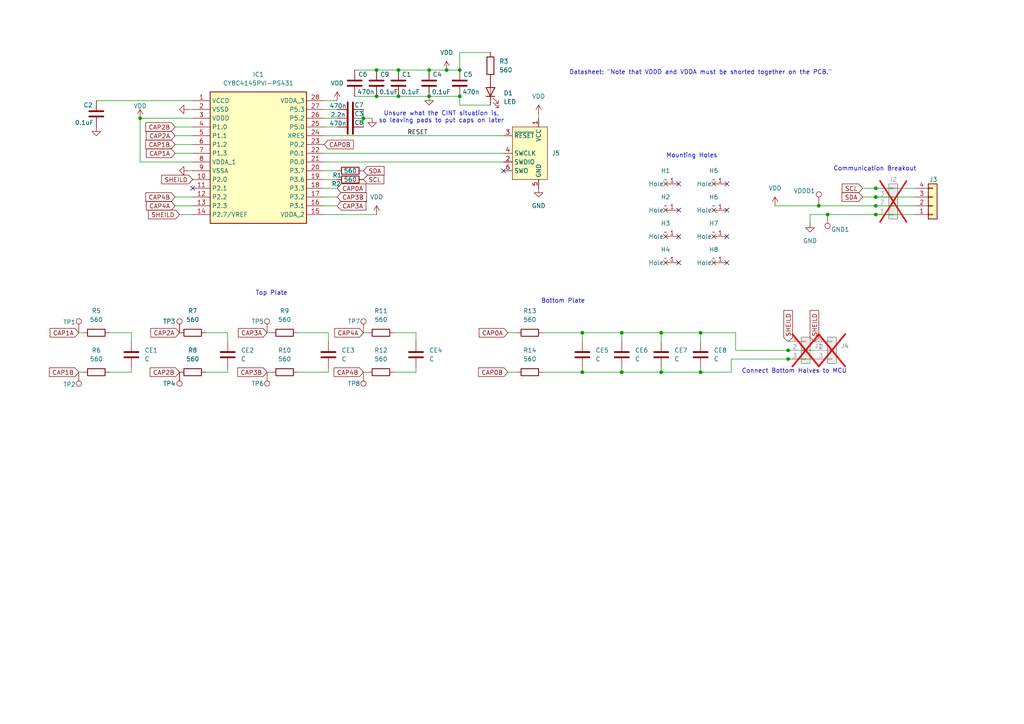
<source format=kicad_sch>
(kicad_sch (version 20250114) (generator "eeschema") (generator_version "9.0")
  (paper "A4")
  (lib_symbols
    (symbol "CY8C4145PVI-PS431:CY8C4145PVI-PS431"
      (property "Reference" "IC" (at 34.29 7.62 0))
      (property "Value" "CY8C4145PVI-PS431" (at 34.29 5.08 0))
      (symbol "CY8C4145PVI-PS431_1_1"
        (rectangle (start 5.08 2.54) (end 33.02 -35.56) (stroke (width 0.254)) (fill (type background)))
        (pin passive line (at 0 0 0) (length 5.08) (name "VCCD") (number "1"))
        (pin passive line (at 0 -2.54 0) (length 5.08) (name "VSSD") (number "2"))
        (pin passive line (at 0 -5.08 0) (length 5.08) (name "VDDD") (number "3"))
        (pin passive line (at 0 -7.62 0) (length 5.08) (name "P1.0") (number "4"))
        (pin passive line (at 0 -10.16 0) (length 5.08) (name "P1.1") (number "5"))
        (pin passive line (at 0 -12.7 0) (length 5.08) (name "P1.2") (number "6"))
        (pin passive line (at 0 -15.24 0) (length 5.08) (name "P1.3") (number "7"))
        (pin passive line (at 0 -17.78 0) (length 5.08) (name "VDDA_1") (number "8"))
        (pin passive line (at 0 -20.32 0) (length 5.08) (name "VSSA") (number "9"))
        (pin passive line (at 0 -22.86 0) (length 5.08) (name "P2.0") (number "10"))
        (pin passive line (at 0 -25.4 0) (length 5.08) (name "P2.1") (number "11"))
        (pin passive line (at 0 -27.94 0) (length 5.08) (name "P2.2") (number "12"))
        (pin passive line (at 0 -30.48 0) (length 5.08) (name "P2.3") (number "13"))
        (pin passive line (at 0 -33.02 0) (length 5.08) (name "P2.7/VREF") (number "14"))
        (pin passive line (at 38.1 0 180) (length 5.08) (name "VDDA_3") (number "28"))
        (pin passive line (at 38.1 -2.54 180) (length 5.08) (name "P5.3") (number "27"))
        (pin passive line (at 38.1 -5.08 180) (length 5.08) (name "P5.2") (number "26"))
        (pin passive line (at 38.1 -7.62 180) (length 5.08) (name "P5.0") (number "25"))
        (pin passive line (at 38.1 -10.16 180) (length 5.08) (name "XRES") (number "24"))
        (pin passive line (at 38.1 -12.7 180) (length 5.08) (name "P0.2") (number "23"))
        (pin passive line (at 38.1 -15.24 180) (length 5.08) (name "P0.1") (number "22"))
        (pin passive line (at 38.1 -17.78 180) (length 5.08) (name "P0.0") (number "21"))
        (pin passive line (at 38.1 -20.32 180) (length 5.08) (name "P3.7") (number "20"))
        (pin passive line (at 38.1 -22.86 180) (length 5.08) (name "P3.6") (number "19"))
        (pin passive line (at 38.1 -25.4 180) (length 5.08) (name "P3.3") (number "18"))
        (pin passive line (at 38.1 -27.94 180) (length 5.08) (name "P3.2") (number "17"))
        (pin passive line (at 38.1 -30.48 180) (length 5.08) (name "P3.1") (number "16"))
        (pin passive line (at 38.1 -33.02 180) (length 5.08) (name "VDDA_2") (number "15"))
      )
    )
    (symbol "Connector:Conn_ARM_SWD_TagConnect_TC2030-NL" (in_bom no)
      (property "Reference" "J" (at 2.54 11.43 0))
      (property "Value" "Conn_ARM_SWD_TagConnect_TC2030-NL" (at 2.54 8.89 0))
      (symbol "Conn_ARM_SWD_TagConnect_TC2030-NL_0_0"
        (pin power_in line (at -2.54 10.16 270) (length 2.54) (name "VCC") (number "1"))
        (pin power_in line (at -2.54 -10.16 90) (length 2.54) (name "GND") (number "5"))
        (pin open_collector line (at 7.62 5.08 180) (length 2.54) (name "~{RESET}") (number "3"))
        (pin output line (at 7.62 0 180) (length 2.54) (name "SWCLK") (number "4"))
        (pin bidirectional line (at 7.62 -2.54 180) (length 2.54) (name "SWDIO") (number "2"))
        (pin input line (at 7.62 -5.08 180) (length 2.54) (name "SWO") (number "6"))
      )
      (symbol "Conn_ARM_SWD_TagConnect_TC2030-NL_0_1"
        (rectangle (start -5.08 7.62) (end 5.08 -7.62) (fill (type background)))
      )
    )
    (symbol "Connector:TestPoint" (pin_numbers (hide yes)) (pin_names (offset 0.762) (hide yes))
      (property "Reference" "TP" (at 0 6.858 0))
      (property "Value" "TestPoint" (at 0 5.08 0))
      (symbol "TestPoint_0_1"
        (circle (center 0 3.302) (radius 0.762))
      )
      (symbol "TestPoint_1_1"
        (pin passive line (at 0 0 90) (length 2.54) (name "1") (number "1"))
      )
    )
    (symbol "Connector_Generic:Conn_01x03" (pin_names (offset 1.016) (hide yes))
      (property "Reference" "J" (at 0 5.08 0))
      (property "Value" "Conn_01x03" (at 0 -5.08 0))
      (symbol "Conn_01x03_1_1"
        (rectangle (start -1.27 3.81) (end 1.27 -3.81) (stroke (width 0.254)) (fill (type background)))
        (rectangle (start -1.27 2.667) (end 0 2.413) (stroke (width 0.1524)))
        (rectangle (start -1.27 0.127) (end 0 -0.127) (stroke (width 0.1524)))
        (rectangle (start -1.27 -2.413) (end 0 -2.667) (stroke (width 0.1524)))
        (pin passive line (at -5.08 2.54 0) (length 3.81) (name "Pin_1") (number "1"))
        (pin passive line (at -5.08 0 0) (length 3.81) (name "Pin_2") (number "2"))
        (pin passive line (at -5.08 -2.54 0) (length 3.81) (name "Pin_3") (number "3"))
      )
    )
    (symbol "Connector_Generic:Conn_01x04" (pin_names (offset 1.016) (hide yes))
      (property "Reference" "J" (at 0 5.08 0))
      (property "Value" "Conn_01x04" (at 0 -7.62 0))
      (symbol "Conn_01x04_1_1"
        (rectangle (start -1.27 3.81) (end 1.27 -6.35) (stroke (width 0.254)) (fill (type background)))
        (rectangle (start -1.27 2.667) (end 0 2.413) (stroke (width 0.1524)))
        (rectangle (start -1.27 0.127) (end 0 -0.127) (stroke (width 0.1524)))
        (rectangle (start -1.27 -2.413) (end 0 -2.667) (stroke (width 0.1524)))
        (rectangle (start -1.27 -4.953) (end 0 -5.207) (stroke (width 0.1524)))
        (pin passive line (at -5.08 2.54 0) (length 3.81) (name "Pin_1") (number "1"))
        (pin passive line (at -5.08 0 0) (length 3.81) (name "Pin_2") (number "2"))
        (pin passive line (at -5.08 -2.54 0) (length 3.81) (name "Pin_3") (number "3"))
        (pin passive line (at -5.08 -5.08 0) (length 3.81) (name "Pin_4") (number "4"))
      )
    )
    (symbol "Device:C" (pin_numbers (hide yes)) (pin_names (offset 0.254))
      (property "Reference" "C" (at 0.635 2.54 0))
      (property "Value" "C" (at 0.635 -2.54 0))
      (symbol "C_0_1"
        (polyline (pts (xy -2.032 0.762) (xy 2.032 0.762)) (stroke (width 0.508)))
        (polyline (pts (xy -2.032 -0.762) (xy 2.032 -0.762)) (stroke (width 0.508)))
      )
      (symbol "C_1_1"
        (pin passive line (at 0 3.81 270) (length 2.794) (name "~") (number "1"))
        (pin passive line (at 0 -3.81 90) (length 2.794) (name "~") (number "2"))
      )
    )
    (symbol "Device:LED" (pin_numbers (hide yes)) (pin_names (offset 1.016) (hide yes))
      (property "Reference" "D" (at 0 2.54 0))
      (property "Value" "LED" (at 0 -2.54 0))
      (symbol "LED_0_1"
        (polyline (pts (xy -3.048 -0.762) (xy -4.572 -2.286) (xy -3.81 -2.286) (xy -4.572 -2.286) (xy -4.572 -1.524)))
        (polyline (pts (xy -1.778 -0.762) (xy -3.302 -2.286) (xy -2.54 -2.286) (xy -3.302 -2.286) (xy -3.302 -1.524)))
        (polyline (pts (xy -1.27 0) (xy 1.27 0)))
        (polyline (pts (xy -1.27 -1.27) (xy -1.27 1.27)) (stroke (width 0.254)))
        (polyline (pts (xy 1.27 -1.27) (xy 1.27 1.27) (xy -1.27 0) (xy 1.27 -1.27)) (stroke (width 0.254)))
      )
      (symbol "LED_1_1"
        (pin passive line (at -3.81 0 0) (length 2.54) (name "K") (number "1"))
        (pin passive line (at 3.81 0 180) (length 2.54) (name "A") (number "2"))
      )
    )
    (symbol "Device:R" (pin_numbers (hide yes)) (pin_names (offset 0))
      (property "Reference" "R" (at 2.032 0 90))
      (property "Value" "R" (at 0 0 90))
      (symbol "R_0_1"
        (rectangle (start -1.016 -2.54) (end 1.016 2.54) (stroke (width 0.254)))
      )
      (symbol "R_1_1"
        (pin passive line (at 0 3.81 270) (length 1.27) (name "~") (number "1"))
        (pin passive line (at 0 -3.81 90) (length 1.27) (name "~") (number "2"))
      )
    )
    (symbol "ECE445L:C" (pin_numbers (hide yes)) (pin_names (offset 0.254))
      (property "Reference" "C" (at 0.635 2.54 0))
      (property "Value" "C" (at 0.635 -2.54 0))
      (symbol "C_0_1"
        (polyline (pts (xy -2.032 0.762) (xy 2.032 0.762)) (stroke (width 0.508)))
        (polyline (pts (xy -2.032 -0.762) (xy 2.032 -0.762)) (stroke (width 0.508)))
      )
      (symbol "C_1_1"
        (pin passive line (at 0 3.81 270) (length 2.794) (name "~") (number "1"))
        (pin passive line (at 0 -3.81 90) (length 2.794) (name "~") (number "2"))
      )
    )
    (symbol "ECE445L:MountingHole"
      (property "Reference" "H" (at 0 0 0))
      (symbol "MountingHole_1_1"
        (pin power_in non_logic (at 0 0 180) (length 3.81) (name "Hole") (number "1"))
      )
    )
    (symbol "power:GND" (power) (pin_numbers (hide yes)) (pin_names (offset 0) (hide yes))
      (property "Value" "GND" (at 0 -3.81 0))
      (symbol "GND_0_1"
        (polyline (pts (xy 0 0) (xy 0 -1.27) (xy 1.27 -1.27) (xy 0 -2.54) (xy -1.27 -1.27) (xy 0 -1.27)))
      )
      (symbol "GND_1_1"
        (pin power_in line (at 0 0 270) (length 0) (name "~") (number "1"))
      )
    )
    (symbol "power:VDD" (power) (pin_numbers (hide yes)) (pin_names (offset 0) (hide yes))
      (property "Value" "VDD" (at 0 3.556 0))
      (symbol "VDD_0_1"
        (polyline (pts (xy -0.762 1.27) (xy 0 2.54)))
        (polyline (pts (xy 0 2.54) (xy 0.762 1.27)))
        (polyline (pts (xy 0 0) (xy 0 2.54)))
      )
      (symbol "VDD_1_1"
        (pin power_in line (at 0 0 90) (length 0) (name "~") (number "1"))
      )
    )
  )
  (text "Datasheet: \"Note that VDDD and VDDA must be shorted together on the PCB.\"" (at 203.2 21.082 0) (effects (font (size 1.27 1.27))))
  (text "Top Plate" (at 78.74 85.09 0) (effects (font (size 1.27 1.27))))
  (text "Mounting Holes" (at 200.66 45.212 0) (effects (font (size 1.27 1.27))))
  (text "Unsure what the CINT situation is,\nso leaving pads to put caps on later" (at 128.016 34.036 0) (effects (font (size 1.27 1.27))))
  (text "Bottom Plate" (at 163.322 87.376 0) (effects (font (size 1.27 1.27))))
  (text "Communication Breakout\n" (at 253.746 49.022 0) (effects (font (size 1.27 1.27))))
  (text "Connect Bottom Halves to MCU\n" (at 230.378 107.696 0) (effects (font (size 1.27 1.27))))
  (junction (at 168.91 107.95))
  (junction (at 254 57.15))
  (junction (at 180.34 96.52))
  (junction (at 191.77 96.52))
  (junction (at 168.91 96.52))
  (junction (at 203.2 107.95))
  (junction (at 40.64 34.29))
  (junction (at 191.77 107.95))
  (junction (at 109.22 20.32))
  (junction (at 105.41 34.29))
  (junction (at 254 62.23))
  (junction (at 254 54.61))
  (junction (at 115.57 27.94))
  (junction (at 129.54 20.32))
  (junction (at 228.6 104.14))
  (junction (at 203.2 96.52))
  (junction (at 124.46 20.32))
  (junction (at 133.35 20.32))
  (junction (at 240.03 62.23))
  (junction (at 124.46 27.94))
  (junction (at 254 59.69))
  (junction (at 228.6 101.6))
  (junction (at 133.35 27.94))
  (junction (at 237.49 59.69))
  (junction (at 109.22 27.94))
  (junction (at 180.34 107.95))
  (junction (at 115.57 20.32))
  (no_connect (at 210.82 53.34))
  (no_connect (at 196.85 76.2))
  (no_connect (at 210.82 68.58))
  (no_connect (at 210.82 76.2))
  (no_connect (at 196.85 68.58))
  (no_connect (at 55.88 54.61))
  (no_connect (at 196.85 53.34))
  (no_connect (at 146.05 49.53))
  (no_connect (at 196.85 60.96))
  (no_connect (at 210.82 60.96))
  (wire (pts (xy 228.6 104.14) (xy 236.22 104.14)))
  (wire (pts (xy 66.04 96.52) (xy 66.04 99.06)))
  (wire (pts (xy 237.49 59.69) (xy 254 59.69)))
  (wire (pts (xy 24.13 96.52) (xy 22.86 96.52)))
  (wire (pts (xy 212.09 104.14) (xy 212.09 107.95)))
  (wire (pts (xy 254 59.69) (xy 265.43 59.69)))
  (wire (pts (xy 93.98 31.75) (xy 97.79 31.75)))
  (wire (pts (xy 213.36 101.6) (xy 213.36 96.52)))
  (wire (pts (xy 105.41 96.52) (xy 106.68 96.52)))
  (wire (pts (xy 93.98 62.23) (xy 109.22 62.23)))
  (wire (pts (xy 254 54.61) (xy 265.43 54.61)))
  (wire (pts (xy 106.68 107.95) (xy 105.41 107.95)))
  (wire (pts (xy 50.8 59.69) (xy 55.88 59.69)))
  (wire (pts (xy 133.35 30.48) (xy 133.35 27.94)))
  (wire (pts (xy 59.69 107.95) (xy 66.04 107.95)))
  (wire (pts (xy 228.6 101.6) (xy 236.22 101.6)))
  (wire (pts (xy 86.36 96.52) (xy 95.25 96.52)))
  (wire (pts (xy 93.98 59.69) (xy 97.79 59.69)))
  (wire (pts (xy 180.34 106.68) (xy 180.34 107.95)))
  (wire (pts (xy 86.36 107.95) (xy 95.25 107.95)))
  (wire (pts (xy 120.65 96.52) (xy 120.65 99.06)))
  (wire (pts (xy 142.24 15.24) (xy 133.35 15.24)))
  (wire (pts (xy 54.61 49.53) (xy 55.88 49.53)))
  (wire (pts (xy 93.98 34.29) (xy 97.79 34.29)))
  (wire (pts (xy 114.3 107.95) (xy 120.65 107.95)))
  (wire (pts (xy 40.64 34.29) (xy 55.88 34.29)))
  (wire (pts (xy 93.98 39.37) (xy 146.05 39.37)))
  (wire (pts (xy 191.77 107.95) (xy 203.2 107.95)))
  (wire (pts (xy 22.86 107.95) (xy 24.13 107.95)))
  (wire (pts (xy 129.54 20.32) (xy 133.35 20.32)))
  (wire (pts (xy 40.64 34.29) (xy 40.64 46.99)))
  (wire (pts (xy 38.1 107.95) (xy 38.1 106.68)))
  (wire (pts (xy 93.98 29.21) (xy 97.79 29.21)))
  (wire (pts (xy 93.98 44.45) (xy 146.05 44.45)))
  (wire (pts (xy 54.61 31.75) (xy 55.88 31.75)))
  (wire (pts (xy 115.57 20.32) (xy 124.46 20.32)))
  (wire (pts (xy 212.09 104.14) (xy 228.6 104.14)))
  (wire (pts (xy 168.91 107.95) (xy 168.91 106.68)))
  (wire (pts (xy 77.47 96.52) (xy 78.74 96.52)))
  (wire (pts (xy 250.19 57.15) (xy 254 57.15)))
  (wire (pts (xy 191.77 96.52) (xy 203.2 96.52)))
  (wire (pts (xy 234.95 62.23) (xy 240.03 62.23)))
  (wire (pts (xy 95.25 107.95) (xy 95.25 106.68)))
  (wire (pts (xy 203.2 96.52) (xy 203.2 99.06)))
  (wire (pts (xy 50.8 39.37) (xy 55.88 39.37)))
  (wire (pts (xy 156.21 33.02) (xy 156.21 34.29)))
  (wire (pts (xy 93.98 46.99) (xy 146.05 46.99)))
  (wire (pts (xy 52.07 62.23) (xy 55.88 62.23)))
  (wire (pts (xy 93.98 52.07) (xy 97.79 52.07)))
  (wire (pts (xy 129.54 20.32) (xy 124.46 20.32)))
  (wire (pts (xy 224.79 59.69) (xy 237.49 59.69)))
  (wire (pts (xy 147.32 96.52) (xy 149.86 96.52)))
  (wire (pts (xy 93.98 57.15) (xy 97.79 57.15)))
  (wire (pts (xy 240.03 62.23) (xy 254 62.23)))
  (wire (pts (xy 234.95 62.23) (xy 234.95 64.77)))
  (wire (pts (xy 133.35 15.24) (xy 133.35 20.32)))
  (wire (pts (xy 168.91 107.95) (xy 180.34 107.95)))
  (wire (pts (xy 180.34 96.52) (xy 191.77 96.52)))
  (wire (pts (xy 31.75 96.52) (xy 38.1 96.52)))
  (wire (pts (xy 142.24 30.48) (xy 133.35 30.48)))
  (wire (pts (xy 180.34 107.95) (xy 191.77 107.95)))
  (wire (pts (xy 168.91 96.52) (xy 180.34 96.52)))
  (wire (pts (xy 212.09 107.95) (xy 203.2 107.95)))
  (wire (pts (xy 157.48 96.52) (xy 168.91 96.52)))
  (wire (pts (xy 50.8 41.91) (xy 55.88 41.91)))
  (wire (pts (xy 147.32 107.95) (xy 149.86 107.95)))
  (wire (pts (xy 115.57 27.94) (xy 124.46 27.94)))
  (wire (pts (xy 114.3 96.52) (xy 120.65 96.52)))
  (wire (pts (xy 180.34 96.52) (xy 180.34 99.06)))
  (wire (pts (xy 120.65 107.95) (xy 120.65 106.68)))
  (wire (pts (xy 38.1 96.52) (xy 38.1 99.06)))
  (wire (pts (xy 105.41 34.29) (xy 105.41 36.83)))
  (wire (pts (xy 157.48 107.95) (xy 168.91 107.95)))
  (wire (pts (xy 250.19 54.61) (xy 254 54.61)))
  (wire (pts (xy 191.77 106.68) (xy 191.77 107.95)))
  (wire (pts (xy 254 57.15) (xy 265.43 57.15)))
  (wire (pts (xy 102.87 20.32) (xy 109.22 20.32)))
  (wire (pts (xy 59.69 96.52) (xy 66.04 96.52)))
  (wire (pts (xy 93.98 54.61) (xy 97.79 54.61)))
  (wire (pts (xy 95.25 96.52) (xy 95.25 99.06)))
  (wire (pts (xy 203.2 107.95) (xy 203.2 106.68)))
  (wire (pts (xy 105.41 34.29) (xy 107.95 34.29)))
  (wire (pts (xy 102.87 27.94) (xy 109.22 27.94)))
  (wire (pts (xy 50.8 57.15) (xy 55.88 57.15)))
  (wire (pts (xy 97.79 36.83) (xy 93.98 36.83)))
  (wire (pts (xy 213.36 101.6) (xy 228.6 101.6)))
  (wire (pts (xy 66.04 107.95) (xy 66.04 106.68)))
  (wire (pts (xy 93.98 49.53) (xy 97.79 49.53)))
  (wire (pts (xy 27.94 29.21) (xy 55.88 29.21)))
  (wire (pts (xy 77.47 107.95) (xy 78.74 107.95)))
  (wire (pts (xy 168.91 96.52) (xy 168.91 99.06)))
  (wire (pts (xy 191.77 96.52) (xy 191.77 99.06)))
  (wire (pts (xy 109.22 20.32) (xy 115.57 20.32)))
  (wire (pts (xy 109.22 27.94) (xy 115.57 27.94)))
  (wire (pts (xy 124.46 27.94) (xy 133.35 27.94)))
  (wire (pts (xy 254 62.23) (xy 265.43 62.23)))
  (wire (pts (xy 105.41 31.75) (xy 105.41 34.29)))
  (wire (pts (xy 31.75 107.95) (xy 38.1 107.95)))
  (wire (pts (xy 40.64 46.99) (xy 55.88 46.99)))
  (wire (pts (xy 213.36 96.52) (xy 203.2 96.52)))
  (wire (pts (xy 50.8 44.45) (xy 55.88 44.45)))
  (wire (pts (xy 50.8 36.83) (xy 55.88 36.83)))
  (label "RESET" (at 118.11 39.37 0))
  (global_label "CAP0B" (shape input) (at 93.98 41.91 0) (property "Intersheetrefs" "${INTERSHEET_REFS}" (effects (hide yes))))
  (global_label "CAP2A" (shape input) (at 52.07 96.52 180) (property "Intersheetrefs" "${INTERSHEET_REFS}" (effects (hide yes))))
  (global_label "CAP1B" (shape input) (at 50.8 41.91 180) (property "Intersheetrefs" "${INTERSHEET_REFS}" (effects (hide yes))))
  (global_label "CAP3B" (shape input) (at 77.47 107.95 180) (property "Intersheetrefs" "${INTERSHEET_REFS}" (effects (hide yes))))
  (global_label "CAP4A" (shape input) (at 105.41 96.52 180) (property "Intersheetrefs" "${INTERSHEET_REFS}" (effects (hide yes))))
  (global_label "CAP0B" (shape input) (at 147.32 107.95 180) (property "Intersheetrefs" "${INTERSHEET_REFS}" (effects (hide yes))))
  (global_label "CAP4A" (shape input) (at 50.8 59.69 180) (property "Intersheetrefs" "${INTERSHEET_REFS}" (effects (hide yes))))
  (global_label "CAP2B" (shape input) (at 52.07 107.95 180) (property "Intersheetrefs" "${INTERSHEET_REFS}" (effects (hide yes))))
  (global_label "SDA" (shape input) (at 105.41 49.53 0) (property "Intersheetrefs" "${INTERSHEET_REFS}" (effects (hide yes))))
  (global_label "SDA" (shape input) (at 250.19 57.15 180) (property "Intersheetrefs" "${INTERSHEET_REFS}" (effects (hide yes))))
  (global_label "SHEILD" (shape input) (at 228.6 99.06 90) (property "Intersheetrefs" "${INTERSHEET_REFS}" (effects (hide yes))))
  (global_label "SCL" (shape input) (at 105.41 52.07 0) (property "Intersheetrefs" "${INTERSHEET_REFS}" (effects (hide yes))))
  (global_label "CAP1B" (shape input) (at 22.86 107.95 180) (property "Intersheetrefs" "${INTERSHEET_REFS}" (effects (hide yes))))
  (global_label "SHEILD" (shape input) (at 55.88 52.07 180) (property "Intersheetrefs" "${INTERSHEET_REFS}" (effects (hide yes))))
  (global_label "CAP1A" (shape input) (at 22.86 96.52 180) (property "Intersheetrefs" "${INTERSHEET_REFS}" (effects (hide yes))))
  (global_label "CAP0A" (shape input) (at 97.79 54.61 0) (property "Intersheetrefs" "${INTERSHEET_REFS}" (effects (hide yes))))
  (global_label "CAP4B" (shape input) (at 50.8 57.15 180) (property "Intersheetrefs" "${INTERSHEET_REFS}" (effects (hide yes))))
  (global_label "CAP2A" (shape input) (at 50.8 39.37 180) (property "Intersheetrefs" "${INTERSHEET_REFS}" (effects (hide yes))))
  (global_label "CAP3A" (shape input) (at 97.79 59.69 0) (property "Intersheetrefs" "${INTERSHEET_REFS}" (effects (hide yes))))
  (global_label "CAP1A" (shape input) (at 50.8 44.45 180) (property "Intersheetrefs" "${INTERSHEET_REFS}" (effects (hide yes))))
  (global_label "CAP3A" (shape input) (at 77.47 96.52 180) (property "Intersheetrefs" "${INTERSHEET_REFS}" (effects (hide yes))))
  (global_label "SCL" (shape input) (at 250.19 54.61 180) (property "Intersheetrefs" "${INTERSHEET_REFS}" (effects (hide yes))))
  (global_label "CAP3B" (shape input) (at 97.79 57.15 0) (property "Intersheetrefs" "${INTERSHEET_REFS}" (effects (hide yes))))
  (global_label "CAP2B" (shape input) (at 50.8 36.83 180) (property "Intersheetrefs" "${INTERSHEET_REFS}" (effects (hide yes))))
  (global_label "CAP0A" (shape input) (at 147.32 96.52 180) (property "Intersheetrefs" "${INTERSHEET_REFS}" (effects (hide yes))))
  (global_label "SHEILD" (shape input) (at 52.07 62.23 180) (property "Intersheetrefs" "${INTERSHEET_REFS}" (effects (hide yes))))
  (global_label "SHEILD" (shape input) (at 236.22 99.06 90) (property "Intersheetrefs" "${INTERSHEET_REFS}" (effects (hide yes))))
  (global_label "CAP4B" (shape input) (at 105.41 107.95 180) (property "Intersheetrefs" "${INTERSHEET_REFS}" (effects (hide yes))))
  (symbol (lib_id "Connector:TestPoint") (at 22.86 107.95 180) (unit 1)
    (property "Reference" "TP2" (at 18.288 111.506 0) (effects (justify right)))
    (property "Value" "TestPoint" (effects (hide yes)))
    (property "Footprint" "TestPoint:TestPoint_THTPad_D1.0mm_Drill0.5mm" (effects (hide yes)))
    (property "Description" "test point" (effects (hide yes)))
  )
  (symbol (lib_id "Device:C") (at 101.6 31.75 90) (unit 1)
    (property "Reference" "C7" (at 104.14 30.48 90))
    (property "Value" "470n" (at 98.044 30.734 90))
    (property "Footprint" "Capacitor_SMD:C_0603_1608Metric_Pad1.08x0.95mm_HandSolder" (effects (hide yes)))
    (property "Description" "Unpolarized capacitor" (effects (hide yes)))
  )
  (symbol (lib_id "Device:R") (at 101.6 49.53 90) (unit 1)
    (property "Reference" "R1" (at 97.79 50.8 90))
    (property "Value" "560" (at 101.6 49.53 90))
    (property "Footprint" "Resistor_SMD:R_0603_1608Metric_Pad0.98x0.95mm_HandSolder" (effects (hide yes)))
    (property "Description" "Resistor" (effects (hide yes)))
  )
  (symbol (lib_id "ECE445L:C") (at 38.1 102.87 0) (unit 1)
    (property "Reference" "CE1" (at 41.91 101.5999 0) (effects (justify left)))
    (property "Value" "C" (at 41.91 104.1399 0) (effects (justify left)))
    (property "Footprint" "ECE382N:02W_02S_COIL_BACK" (effects (hide yes)))
    (property "Description" "Unpolarized capacitor" (effects (hide yes)))
  )
  (symbol (lib_id "power:VDD") (at 129.54 20.32 0) (unit 1)
    (property "Reference" "#PWR05" (effects (hide yes)))
    (property "Value" "VDD" (at 129.54 15.24 0))
    (property "Description" "Power symbol creates a global label with name \"VDD\"" (effects (hide yes)))
  )
  (symbol (lib_id "ECE445L:C") (at 115.57 24.13 0) (unit 1)
    (property "Reference" "C1" (at 116.586 21.59 0) (effects (justify left)))
    (property "Value" "0.1uF" (at 116.332 26.67 0) (effects (justify left)))
    (property "Footprint" "Capacitor_SMD:C_0603_1608Metric_Pad1.08x0.95mm_HandSolder" (effects (hide yes)))
    (property "Description" "Unpolarized capacitor" (effects (hide yes)))
  )
  (symbol (lib_id "Connector:TestPoint") (at 240.03 62.23 180) (unit 1)
    (property "Reference" "GND1" (at 241.046 66.548 0) (effects (justify right)))
    (property "Value" "TestPoint" (effects (hide yes)))
    (property "Footprint" "TestPoint:TestPoint_THTPad_D1.0mm_Drill0.5mm" (effects (hide yes)))
    (property "Description" "test point" (effects (hide yes)))
  )
  (symbol (lib_id "power:GND") (at 27.94 36.83 0) (unit 1)
    (property "Reference" "#PWR0109" (effects (hide yes)))
    (property "Value" "GND" (effects (hide yes)))
    (property "Description" "Power symbol creates a global label with name \"GND\" , ground" (effects (hide yes)))
  )
  (symbol (lib_id "Connector:TestPoint") (at 52.07 107.95 180) (unit 1)
    (property "Reference" "TP4" (at 47.244 111.252 0) (effects (justify right)))
    (property "Value" "TestPoint" (effects (hide yes)))
    (property "Footprint" "TestPoint:TestPoint_THTPad_D1.0mm_Drill0.5mm" (effects (hide yes)))
    (property "Description" "test point" (effects (hide yes)))
  )
  (symbol (lib_id "Device:R") (at 27.94 107.95 90) (unit 1)
    (property "Reference" "R6" (at 27.94 101.6 90))
    (property "Value" "560" (at 27.94 104.14 90))
    (property "Footprint" "Resistor_SMD:R_0603_1608Metric_Pad0.98x0.95mm_HandSolder" (effects (hide yes)))
    (property "Description" "Resistor" (effects (hide yes)))
  )
  (symbol (lib_id "ECE445L:MountingHole") (at 196.85 68.58 0) (unit 1)
    (property "Reference" "H3" (at 193.04 64.77 0))
    (property "Value" "~" (at 193.04 67.31 0))
    (property "Footprint" "MountingHole:MountingHole_3.2mm_M3_Pad" (effects (hide yes)))
    (property "Description" "Drill hole for 4-40 screw" (effects (hide yes)))
  )
  (symbol (lib_id "Device:R") (at 110.49 107.95 90) (unit 1)
    (property "Reference" "R12" (at 110.49 101.6 90))
    (property "Value" "560" (at 110.49 104.14 90))
    (property "Footprint" "Resistor_SMD:R_0603_1608Metric_Pad0.98x0.95mm_HandSolder" (effects (hide yes)))
    (property "Description" "Resistor" (effects (hide yes)))
  )
  (symbol (lib_id "ECE445L:C") (at 191.77 102.87 0) (unit 1)
    (property "Reference" "CE7" (at 195.58 101.5999 0) (effects (justify left)))
    (property "Value" "C" (at 195.58 104.1399 0) (effects (justify left)))
    (property "Footprint" "ECE382N:02W_02S__COIL_FRONT" (effects (hide yes)))
    (property "Description" "Unpolarized capacitor" (effects (hide yes)))
  )
  (symbol (lib_id "power:GND") (at 54.61 31.75 270) (unit 1)
    (property "Reference" "#PWR0110" (effects (hide yes)))
    (property "Value" "GND" (effects (hide yes)))
    (property "Description" "Power symbol creates a global label with name \"GND\" , ground" (effects (hide yes)))
  )
  (symbol (lib_id "Device:C") (at 101.6 34.29 90) (unit 1)
    (property "Reference" "C3" (at 104.14 33.02 90))
    (property "Value" "2.2n" (at 98.044 33.274 90))
    (property "Footprint" "Capacitor_SMD:C_0603_1608Metric_Pad1.08x0.95mm_HandSolder" (effects (hide yes)))
    (property "Description" "Unpolarized capacitor" (effects (hide yes)))
  )
  (symbol (lib_id "ECE445L:C") (at 133.35 24.13 0) (unit 1)
    (property "Reference" "C5" (at 134.366 21.59 0) (effects (justify left)))
    (property "Value" "470n" (at 134.112 26.67 0) (effects (justify left)))
    (property "Footprint" "Capacitor_SMD:C_0603_1608Metric_Pad1.08x0.95mm_HandSolder" (effects (hide yes)))
    (property "Description" "Unpolarized capacitor" (effects (hide yes)))
  )
  (symbol (lib_id "power:VDD") (at 224.79 59.69 0) (unit 1)
    (property "Reference" "#PWR01" (effects (hide yes)))
    (property "Value" "VDD" (at 224.79 54.61 0))
    (property "Description" "Power symbol creates a global label with name \"VDD\"" (effects (hide yes)))
  )
  (symbol (lib_id "power:VDD") (at 156.21 33.02 0) (unit 1)
    (property "Reference" "#PWR06" (effects (hide yes)))
    (property "Value" "VDD" (at 156.21 27.94 0))
    (property "Description" "Power symbol creates a global label with name \"VDD\"" (effects (hide yes)))
  )
  (symbol (lib_id "Connector:TestPoint") (at 77.47 96.52 0) (unit 1)
    (property "Reference" "TP5" (at 72.898 93.218 0) (effects (justify left)))
    (property "Value" "TestPoint" (effects (hide yes)))
    (property "Footprint" "TestPoint:TestPoint_THTPad_D1.0mm_Drill0.5mm" (effects (hide yes)))
    (property "Description" "test point" (effects (hide yes)))
  )
  (symbol (lib_id "Device:R") (at 82.55 107.95 90) (unit 1)
    (property "Reference" "R10" (at 82.55 101.6 90))
    (property "Value" "560" (at 82.55 104.14 90))
    (property "Footprint" "Resistor_SMD:R_0603_1608Metric_Pad0.98x0.95mm_HandSolder" (effects (hide yes)))
    (property "Description" "Resistor" (effects (hide yes)))
  )
  (symbol (lib_id "power:VDD") (at 97.79 29.21 0) (unit 1)
    (property "Reference" "#PWR03" (effects (hide yes)))
    (property "Value" "VDD" (at 97.79 24.13 0))
    (property "Description" "Power symbol creates a global label with name \"VDD\"" (effects (hide yes)))
  )
  (symbol (lib_id "power:GND") (at 107.95 34.29 0) (unit 1)
    (property "Reference" "#PWR0120" (effects (hide yes)))
    (property "Value" "GND" (effects (hide yes)))
    (property "Description" "Power symbol creates a global label with name \"GND\" , ground" (effects (hide yes)))
  )
  (symbol (lib_id "Connector_Generic:Conn_01x03") (at 233.68 101.6 0) (unit 1) (dnp yes)
    (property "Reference" "J1" (at 236.22 100.3299 0) (effects (justify left)))
    (property "Value" "Conn_01x03" (effects (hide yes)))
    (property "Footprint" "Connector_PinHeader_2.00mm:PinHeader_1x03_P2.00mm_Vertical" (effects (hide yes)))
    (property "Description" "Generic connector, single row, 01x03, script generated (kicad-library-utils/schlib/autogen/connector/)" (effects (hide yes)))
  )
  (symbol (lib_id "Connector:Conn_ARM_SWD_TagConnect_TC2030-NL") (at 153.67 44.45 0) (mirror y) (unit 1) (in_bom no)
    (property "Reference" "J5" (at 160.02 44.4499 0) (effects (justify right)))
    (property "Value" "Conn_ARM_SWD_TagConnect_TC2030-NL" (effects (hide yes)))
    (property "Footprint" "Connector:Tag-Connect_TC2030-IDC-NL_2x03_P1.27mm_Vertical" (effects (hide yes)))
    (property "Datasheet" "https://www.tag-connect.com/wp-content/uploads/bsk-pdf-manager/TC2030-CTX_1.pdf" (effects (hide yes)))
    (property "Description" "Tag-Connect ARM Cortex SWD JTAG connector, 6 pin, no legs" (effects (hide yes)))
  )
  (symbol (lib_id "ECE445L:C") (at 180.34 102.87 0) (unit 1)
    (property "Reference" "CE6" (at 184.15 101.5999 0) (effects (justify left)))
    (property "Value" "C" (at 184.15 104.1399 0) (effects (justify left)))
    (property "Footprint" "ECE382N:02W_02S__COIL_FRONT" (effects (hide yes)))
    (property "Description" "Unpolarized capacitor" (effects (hide yes)))
  )
  (symbol (lib_id "ECE445L:C") (at 203.2 102.87 0) (unit 1)
    (property "Reference" "CE8" (at 207.01 101.5999 0) (effects (justify left)))
    (property "Value" "C" (at 207.01 104.1399 0) (effects (justify left)))
    (property "Footprint" "ECE382N:02W_02S__COIL_FRONT" (effects (hide yes)))
    (property "Description" "Unpolarized capacitor" (effects (hide yes)))
  )
  (symbol (lib_id "power:VDD") (at 109.22 62.23 0) (unit 1)
    (property "Reference" "#PWR04" (effects (hide yes)))
    (property "Value" "VDD" (at 109.22 57.15 0))
    (property "Description" "Power symbol creates a global label with name \"VDD\"" (effects (hide yes)))
  )
  (symbol (lib_id "Connector:TestPoint") (at 52.07 96.52 0) (unit 1)
    (property "Reference" "TP3" (at 47.244 93.218 0) (effects (justify left)))
    (property "Value" "TestPoint" (effects (hide yes)))
    (property "Footprint" "TestPoint:TestPoint_THTPad_D1.0mm_Drill0.5mm" (effects (hide yes)))
    (property "Description" "test point" (effects (hide yes)))
  )
  (symbol (lib_id "ECE445L:MountingHole") (at 210.82 53.34 0) (unit 1)
    (property "Reference" "H5" (at 207.01 49.53 0))
    (property "Value" "~" (at 207.01 52.07 0))
    (property "Footprint" "MountingHole:MountingHole_3.2mm_M3_Pad" (effects (hide yes)))
    (property "Description" "Drill hole for 4-40 screw" (effects (hide yes)))
  )
  (symbol (lib_id "Connector:TestPoint") (at 105.41 107.95 180) (unit 1)
    (property "Reference" "TP8" (at 100.838 111.252 0) (effects (justify right)))
    (property "Value" "TestPoint" (effects (hide yes)))
    (property "Footprint" "TestPoint:TestPoint_THTPad_D1.0mm_Drill0.5mm" (effects (hide yes)))
    (property "Description" "test point" (effects (hide yes)))
  )
  (symbol (lib_id "power:GND") (at 54.61 49.53 270) (unit 1)
    (property "Reference" "#PWR0111" (effects (hide yes)))
    (property "Value" "GND" (effects (hide yes)))
    (property "Description" "Power symbol creates a global label with name \"GND\" , ground" (effects (hide yes)))
  )
  (symbol (lib_id "ECE445L:C") (at 124.46 24.13 0) (unit 1)
    (property "Reference" "C4" (at 125.476 21.59 0) (effects (justify left)))
    (property "Value" "0.1uF" (at 125.222 26.67 0) (effects (justify left)))
    (property "Footprint" "Capacitor_SMD:C_0603_1608Metric_Pad1.08x0.95mm_HandSolder" (effects (hide yes)))
    (property "Description" "Unpolarized capacitor" (effects (hide yes)))
  )
  (symbol (lib_id "Connector:TestPoint") (at 105.41 96.52 0) (unit 1)
    (property "Reference" "TP7" (at 100.838 93.218 0) (effects (justify left)))
    (property "Value" "TestPoint" (effects (hide yes)))
    (property "Footprint" "TestPoint:TestPoint_THTPad_D1.0mm_Drill0.5mm" (effects (hide yes)))
    (property "Description" "test point" (effects (hide yes)))
  )
  (symbol (lib_id "Device:LED") (at 142.24 26.67 90) (unit 1)
    (property "Reference" "D1" (at 146.05 26.9874 90) (effects (justify right)))
    (property "Value" "LED" (at 146.05 29.5274 90) (effects (justify right)))
    (property "Footprint" "LED_SMD:LED_0603_1608Metric" (effects (hide yes)))
    (property "Description" "Light emitting diode" (effects (hide yes)))
    (property "Sim.Pins" "1=K 2=A" (effects (hide yes)))
  )
  (symbol (lib_id "Connector:TestPoint") (at 77.47 107.95 180) (unit 1)
    (property "Reference" "TP6" (at 72.898 111.252 0) (effects (justify right)))
    (property "Value" "TestPoint" (effects (hide yes)))
    (property "Footprint" "TestPoint:TestPoint_THTPad_D1.0mm_Drill0.5mm" (effects (hide yes)))
    (property "Description" "test point" (effects (hide yes)))
  )
  (symbol (lib_id "power:VDD") (at 40.64 34.29 0) (unit 1)
    (property "Reference" "#PWR02" (effects (hide yes)))
    (property "Value" "VDD" (at 40.64 30.734 0))
    (property "Description" "Power symbol creates a global label with name \"VDD\"" (effects (hide yes)))
  )
  (symbol (lib_id "ECE445L:MountingHole") (at 196.85 76.2 0) (unit 1)
    (property "Reference" "H4" (at 193.04 72.39 0))
    (property "Value" "~" (at 193.04 74.93 0))
    (property "Footprint" "MountingHole:MountingHole_3.2mm_M3_Pad" (effects (hide yes)))
    (property "Description" "Drill hole for 4-40 screw" (effects (hide yes)))
  )
  (symbol (lib_id "Device:R") (at 153.67 107.95 90) (unit 1)
    (property "Reference" "R14" (at 153.67 101.6 90))
    (property "Value" "560" (at 153.67 104.14 90))
    (property "Footprint" "Resistor_SMD:R_0603_1608Metric_Pad0.98x0.95mm_HandSolder" (effects (hide yes)))
    (property "Description" "Resistor" (effects (hide yes)))
  )
  (symbol (lib_id "ECE445L:MountingHole") (at 210.82 68.58 0) (unit 1)
    (property "Reference" "H7" (at 207.01 64.77 0))
    (property "Value" "~" (at 207.01 67.31 0))
    (property "Footprint" "MountingHole:MountingHole_3.2mm_M3_Pad" (effects (hide yes)))
    (property "Description" "Drill hole for 4-40 screw" (effects (hide yes)))
  )
  (symbol (lib_id "Connector_Generic:Conn_01x04") (at 259.08 59.69 0) (mirror x) (unit 1) (dnp yes)
    (property "Reference" "J2" (at 257.81 52.07 0) (effects (justify left)))
    (property "Value" "Conn_01x04" (effects (hide yes)))
    (property "Footprint" "Connector_PinHeader_1.27mm:PinHeader_1x04_P1.27mm_Vertical" (effects (hide yes)))
    (property "Description" "Generic connector, single row, 01x04, script generated (kicad-library-utils/schlib/autogen/connector/)" (effects (hide yes)))
  )
  (symbol (lib_id "Device:R") (at 142.24 19.05 0) (unit 1)
    (property "Reference" "R3" (at 144.78 17.7799 0) (effects (justify left)))
    (property "Value" "560" (at 144.78 20.3199 0) (effects (justify left)))
    (property "Footprint" "Resistor_SMD:R_0603_1608Metric_Pad0.98x0.95mm_HandSolder" (effects (hide yes)))
    (property "Description" "Resistor" (effects (hide yes)))
  )
  (symbol (lib_id "Device:R") (at 55.88 107.95 90) (unit 1)
    (property "Reference" "R8" (at 55.88 101.6 90))
    (property "Value" "560" (at 55.88 104.14 90))
    (property "Footprint" "Resistor_SMD:R_0603_1608Metric_Pad0.98x0.95mm_HandSolder" (effects (hide yes)))
    (property "Description" "Resistor" (effects (hide yes)))
  )
  (symbol (lib_id "Connector_Generic:Conn_01x03") (at 241.3 101.6 0) (unit 1) (dnp yes)
    (property "Reference" "J4" (at 243.84 100.3299 0) (effects (justify left)))
    (property "Value" "Conn_01x03" (effects (hide yes)))
    (property "Footprint" "Connector_PinHeader_2.00mm:PinHeader_1x03_P2.00mm_Vertical" (effects (hide yes)))
    (property "Description" "Generic connector, single row, 01x03, script generated (kicad-library-utils/schlib/autogen/connector/)" (effects (hide yes)))
  )
  (symbol (lib_id "ECE445L:MountingHole") (at 210.82 76.2 0) (unit 1)
    (property "Reference" "H8" (at 207.01 72.39 0))
    (property "Value" "~" (at 207.01 74.93 0))
    (property "Footprint" "MountingHole:MountingHole_3.2mm_M3_Pad" (effects (hide yes)))
    (property "Description" "Drill hole for 4-40 screw" (effects (hide yes)))
  )
  (symbol (lib_id "ECE445L:C") (at 102.87 24.13 0) (unit 1)
    (property "Reference" "C6" (at 103.886 21.59 0) (effects (justify left)))
    (property "Value" "470n" (at 103.632 26.67 0) (effects (justify left)))
    (property "Footprint" "Capacitor_SMD:C_0603_1608Metric_Pad1.08x0.95mm_HandSolder" (effects (hide yes)))
    (property "Description" "Unpolarized capacitor" (effects (hide yes)))
  )
  (symbol (lib_id "Connector:TestPoint") (at 22.86 96.52 0) (unit 1)
    (property "Reference" "TP1" (at 18.288 93.472 0) (effects (justify left)))
    (property "Value" "TestPoint" (effects (hide yes)))
    (property "Footprint" "TestPoint:TestPoint_THTPad_D1.0mm_Drill0.5mm" (effects (hide yes)))
    (property "Description" "test point" (effects (hide yes)))
  )
  (symbol (lib_id "power:GND") (at 156.21 54.61 0) (unit 1)
    (property "Reference" "#PWR0117" (effects (hide yes)))
    (property "Value" "GND" (at 156.21 59.69 0))
    (property "Description" "Power symbol creates a global label with name \"GND\" , ground" (effects (hide yes)))
  )
  (symbol (lib_id "ECE445L:C") (at 120.65 102.87 0) (unit 1)
    (property "Reference" "CE4" (at 124.46 101.5999 0) (effects (justify left)))
    (property "Value" "C" (at 124.46 104.1399 0) (effects (justify left)))
    (property "Footprint" "ECE382N:02W_02S_COIL_BACK" (effects (hide yes)))
    (property "Description" "Unpolarized capacitor" (effects (hide yes)))
  )
  (symbol (lib_id "Device:R") (at 82.55 96.52 90) (unit 1)
    (property "Reference" "R9" (at 82.55 90.17 90))
    (property "Value" "560" (at 82.55 92.71 90))
    (property "Footprint" "Resistor_SMD:R_0603_1608Metric_Pad0.98x0.95mm_HandSolder" (effects (hide yes)))
    (property "Description" "Resistor" (effects (hide yes)))
  )
  (symbol (lib_id "ECE445L:MountingHole") (at 196.85 60.96 0) (unit 1)
    (property "Reference" "H2" (at 193.04 57.15 0))
    (property "Value" "~" (at 193.04 59.69 0))
    (property "Footprint" "MountingHole:MountingHole_3.2mm_M3_Pad" (effects (hide yes)))
    (property "Description" "Drill hole for 4-40 screw" (effects (hide yes)))
  )
  (symbol (lib_id "ECE445L:MountingHole") (at 210.82 60.96 0) (unit 1)
    (property "Reference" "H6" (at 207.01 57.15 0))
    (property "Value" "~" (at 207.01 59.69 0))
    (property "Footprint" "MountingHole:MountingHole_3.2mm_M3_Pad" (effects (hide yes)))
    (property "Description" "Drill hole for 4-40 screw" (effects (hide yes)))
  )
  (symbol (lib_id "Device:R") (at 153.67 96.52 90) (unit 1)
    (property "Reference" "R13" (at 153.67 90.17 90))
    (property "Value" "560" (at 153.67 92.71 90))
    (property "Footprint" "Resistor_SMD:R_0603_1608Metric_Pad0.98x0.95mm_HandSolder" (effects (hide yes)))
    (property "Description" "Resistor" (effects (hide yes)))
  )
  (symbol (lib_id "ECE445L:C") (at 27.94 33.02 0) (mirror y) (unit 1)
    (property "Reference" "C2" (at 26.924 30.48 0) (effects (justify left)))
    (property "Value" "0.1uF" (at 27.178 35.56 0) (effects (justify left)))
    (property "Footprint" "Capacitor_SMD:C_0603_1608Metric_Pad1.08x0.95mm_HandSolder" (effects (hide yes)))
    (property "Description" "Unpolarized capacitor" (effects (hide yes)))
  )
  (symbol (lib_id "Device:R") (at 101.6 52.07 90) (unit 1)
    (property "Reference" "R2" (at 97.536 53.34 90))
    (property "Value" "560" (at 101.6 52.07 90))
    (property "Footprint" "Resistor_SMD:R_0603_1608Metric_Pad0.98x0.95mm_HandSolder" (effects (hide yes)))
    (property "Description" "Resistor" (effects (hide yes)))
  )
  (symbol (lib_id "ECE445L:MountingHole") (at 196.85 53.34 0) (unit 1)
    (property "Reference" "H1" (at 193.04 49.53 0))
    (property "Value" "~" (at 193.04 52.07 0))
    (property "Footprint" "MountingHole:MountingHole_3.2mm_M3_Pad" (effects (hide yes)))
    (property "Description" "Drill hole for 4-40 screw" (effects (hide yes)))
  )
  (symbol (lib_id "Connector_Generic:Conn_01x04") (at 270.51 59.69 0) (mirror x) (unit 1)
    (property "Reference" "J3" (at 269.494 52.07 0) (effects (justify left)))
    (property "Value" "Conn_01x04" (effects (hide yes)))
    (property "Footprint" "Connector_JST:JST_SH_SM04B-SRSS-TB_1x04-1MP_P1.00mm_Horizontal" (effects (hide yes)))
    (property "Description" "Generic connector, single row, 01x04, script generated (kicad-library-utils/schlib/autogen/connector/)" (effects (hide yes)))
  )
  (symbol (lib_id "ECE445L:C") (at 95.25 102.87 0) (unit 1)
    (property "Reference" "CE3" (at 99.06 101.5999 0) (effects (justify left)))
    (property "Value" "C" (at 99.06 104.1399 0) (effects (justify left)))
    (property "Footprint" "ECE382N:02W_02S_COIL_BACK" (effects (hide yes)))
    (property "Description" "Unpolarized capacitor" (effects (hide yes)))
  )
  (symbol (lib_id "Device:R") (at 55.88 96.52 90) (unit 1)
    (property "Reference" "R7" (at 55.88 90.17 90))
    (property "Value" "560" (at 55.88 92.71 90))
    (property "Footprint" "Resistor_SMD:R_0603_1608Metric_Pad0.98x0.95mm_HandSolder" (effects (hide yes)))
    (property "Description" "Resistor" (effects (hide yes)))
  )
  (symbol (lib_id "Device:R") (at 110.49 96.52 90) (unit 1)
    (property "Reference" "R11" (at 110.49 90.17 90))
    (property "Value" "560" (at 110.49 92.71 90))
    (property "Footprint" "Resistor_SMD:R_0603_1608Metric_Pad0.98x0.95mm_HandSolder" (effects (hide yes)))
    (property "Description" "Resistor" (effects (hide yes)))
  )
  (symbol (lib_id "Connector:TestPoint") (at 237.49 59.69 0) (unit 1)
    (property "Reference" "VDDD1" (at 236.474 55.372 0) (effects (justify right)))
    (property "Value" "TestPoint" (effects (hide yes)))
    (property "Footprint" "TestPoint:TestPoint_THTPad_D1.0mm_Drill0.5mm" (effects (hide yes)))
    (property "Description" "test point" (effects (hide yes)))
  )
  (symbol (lib_id "power:GND") (at 124.46 27.94 0) (unit 1)
    (property "Reference" "#PWR0119" (effects (hide yes)))
    (property "Value" "GND" (effects (hide yes)))
    (property "Description" "Power symbol creates a global label with name \"GND\" , ground" (effects (hide yes)))
  )
  (symbol (lib_id "Device:C") (at 101.6 36.83 90) (unit 1)
    (property "Reference" "C8" (at 104.14 35.56 90))
    (property "Value" "470n" (at 98.044 35.814 90))
    (property "Footprint" "Capacitor_SMD:C_0603_1608Metric_Pad1.08x0.95mm_HandSolder" (effects (hide yes)))
    (property "Description" "Unpolarized capacitor" (effects (hide yes)))
  )
  (symbol (lib_id "ECE445L:C") (at 168.91 102.87 0) (unit 1)
    (property "Reference" "CE5" (at 172.72 101.5999 0) (effects (justify left)))
    (property "Value" "C" (at 172.72 104.1399 0) (effects (justify left)))
    (property "Footprint" "ECE382N:02W_02S__COIL_FRONT" (effects (hide yes)))
    (property "Description" "Unpolarized capacitor" (effects (hide yes)))
  )
  (symbol (lib_id "Device:R") (at 27.94 96.52 90) (unit 1)
    (property "Reference" "R5" (at 27.94 90.17 90))
    (property "Value" "560" (at 27.94 92.71 90))
    (property "Footprint" "Resistor_SMD:R_0603_1608Metric_Pad0.98x0.95mm_HandSolder" (effects (hide yes)))
    (property "Description" "Resistor" (effects (hide yes)))
  )
  (symbol (lib_id "CY8C4145PVI-PS431:CY8C4145PVI-PS431") (at 55.88 29.21 0) (unit 1)
    (property "Reference" "IC1" (at 74.93 21.59 0))
    (property "Value" "CY8C4145PVI-PS431" (at 74.93 24.13 0))
    (property "Footprint" "ECE382N:SOP65P780X200-28N" (effects (hide yes)))
    (property "Datasheet" "https://www.infineon.com/dgdl/Infineon-PSOC_4_PSOC_4100PS_DATASHEET_PROGRAMMABLE_SYSTEM-ON-CHIP_(PSOC_)-DataSheet-v06_00-EN.pdf?fileId=8ac78c8c7d0d8da4017d0ee602426e07" (effects (hide yes)))
    (property "Description" "Cypress Semiconductor CY8C4145PVI-PS431, 32bit ARM Cortex M0 Microcontroller, PSoC4100, 48MHz, 32 kB Flash, 28-Pin SSOP" (effects (hide yes)))
    (property "Height" "2" (effects (hide yes)))
    (property "Manufacturer_Name" "Infineon" (effects (hide yes)))
    (property "Manufacturer_Part_Number" "CY8C4145PVI-PS431" (effects (hide yes)))
  )
  (symbol (lib_id "ECE445L:C") (at 66.04 102.87 0) (unit 1)
    (property "Reference" "CE2" (at 69.85 101.5999 0) (effects (justify left)))
    (property "Value" "C" (at 69.85 104.1399 0) (effects (justify left)))
    (property "Footprint" "ECE382N:02W_02S_COIL_BACK" (effects (hide yes)))
    (property "Description" "Unpolarized capacitor" (effects (hide yes)))
  )
  (symbol (lib_id "power:GND") (at 234.95 64.77 0) (unit 1)
    (property "Reference" "#PWR0118" (effects (hide yes)))
    (property "Value" "GND" (at 234.95 69.85 0))
    (property "Description" "Power symbol creates a global label with name \"GND\" , ground" (effects (hide yes)))
  )
  (symbol (lib_id "ECE445L:C") (at 109.22 24.13 0) (unit 1)
    (property "Reference" "C9" (at 110.236 21.59 0) (effects (justify left)))
    (property "Value" "0.1uF" (at 109.982 26.67 0) (effects (justify left)))
    (property "Footprint" "Capacitor_SMD:C_0603_1608Metric_Pad1.08x0.95mm_HandSolder" (effects (hide yes)))
    (property "Description" "Unpolarized capacitor" (effects (hide yes)))
  )
)
</source>
